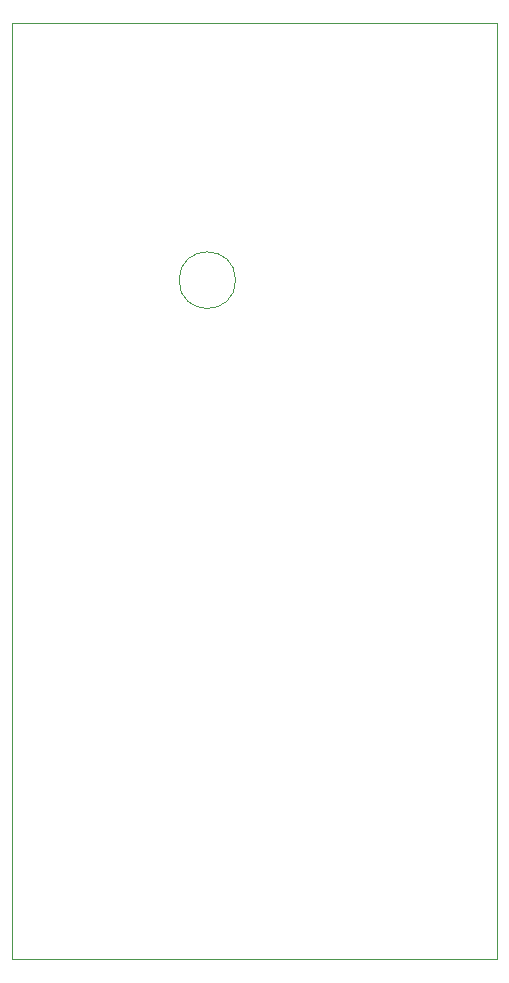
<source format=gbr>
%TF.GenerationSoftware,KiCad,Pcbnew,(5.1.9-0-10_14)*%
%TF.CreationDate,2023-05-28T23:00:20-04:00*%
%TF.ProjectId,LiControl,4c69436f-6e74-4726-9f6c-2e6b69636164,rev?*%
%TF.SameCoordinates,Original*%
%TF.FileFunction,Profile,NP*%
%FSLAX46Y46*%
G04 Gerber Fmt 4.6, Leading zero omitted, Abs format (unit mm)*
G04 Created by KiCad (PCBNEW (5.1.9-0-10_14)) date 2023-05-28 23:00:20*
%MOMM*%
%LPD*%
G01*
G04 APERTURE LIST*
%TA.AperFunction,Profile*%
%ADD10C,0.050000*%
%TD*%
G04 APERTURE END LIST*
D10*
X104150000Y-89750000D02*
G75*
G03*
X104150000Y-89750000I-2400000J0D01*
G01*
X126250000Y-68000000D02*
X85250000Y-68000000D01*
X126250000Y-147250000D02*
X126250000Y-68000000D01*
X85250000Y-147250000D02*
X126250000Y-147250000D01*
X85250000Y-68000000D02*
X85250000Y-147250000D01*
M02*

</source>
